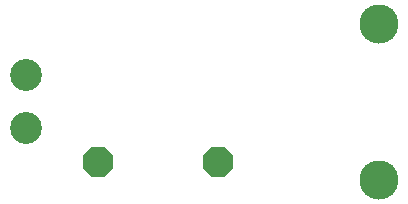
<source format=gbr>
G04 EAGLE Gerber RS-274X export*
G75*
%MOMM*%
%FSLAX34Y34*%
%LPD*%
%INBottom Copper*%
%IPPOS*%
%AMOC8*
5,1,8,0,0,1.08239X$1,22.5*%
G01*
%ADD10P,2.749271X8X22.500000*%
%ADD11C,2.700000*%
%ADD12C,3.316000*%


D10*
X114300Y355600D03*
X215900Y355600D03*
D11*
X52700Y383900D03*
X52700Y428900D03*
D12*
X352000Y340650D03*
X352000Y472150D03*
M02*

</source>
